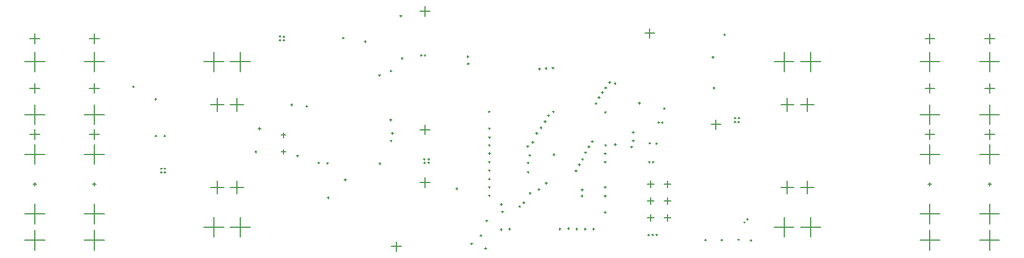
<source format=gbr>
%TF.GenerationSoftware,Altium Limited,Altium Designer,21.7.2 (23)*%
G04 Layer_Color=128*
%FSLAX25Y25*%
%MOIN*%
%TF.SameCoordinates,95A22525-32A0-4EEE-A0C0-36F8BD1EB9D1*%
%TF.FilePolarity,Positive*%
%TF.FileFunction,Drillmap*%
%TF.Part,Single*%
G01*
G75*
%TA.AperFunction,NonConductor*%
%ADD70C,0.00500*%
D70*
X374016Y135039D02*
X379921D01*
X376969Y132087D02*
Y137992D01*
X240650Y148228D02*
X246555D01*
X243602Y145276D02*
Y151181D01*
X223622Y8071D02*
X229528D01*
X226575Y5118D02*
Y11024D01*
X240453Y46260D02*
X246358D01*
X243406Y43307D02*
Y49213D01*
X413386Y80709D02*
X419291D01*
X416339Y77756D02*
Y83661D01*
X240551Y77658D02*
X246457D01*
X243504Y74705D02*
Y80610D01*
X375433Y45138D02*
X379370D01*
X377402Y43169D02*
Y47106D01*
X385433Y45138D02*
X389370D01*
X387402Y43169D02*
Y47106D01*
X375433Y35138D02*
X379370D01*
X377402Y33169D02*
Y37106D01*
X385433Y35138D02*
X389370D01*
X387402Y33169D02*
Y37106D01*
X375433Y25138D02*
X379370D01*
X377402Y23169D02*
Y27106D01*
X385433Y25138D02*
X389370D01*
X387402Y23169D02*
Y27106D01*
X158071Y64567D02*
X160827D01*
X159449Y63189D02*
Y65945D01*
X158071Y74410D02*
X160827D01*
X159449Y73032D02*
Y75787D01*
X575787Y74803D02*
X581693D01*
X578740Y71850D02*
Y77756D01*
X540354Y74803D02*
X546260D01*
X543307Y71850D02*
Y77756D01*
X575787Y102362D02*
X581693D01*
X578740Y99410D02*
Y105315D01*
X540354Y102362D02*
X546260D01*
X543307Y99410D02*
Y105315D01*
X575787Y131890D02*
X581693D01*
X578740Y128937D02*
Y134843D01*
X540354Y131890D02*
X546260D01*
X543307Y128937D02*
Y134843D01*
X8858Y74803D02*
X14764D01*
X11811Y71850D02*
Y77756D01*
X44291Y74803D02*
X50197D01*
X47244Y71850D02*
Y77756D01*
X44291Y102362D02*
X50197D01*
X47244Y99410D02*
Y105315D01*
X8858Y102362D02*
X14764D01*
X11811Y99410D02*
Y105315D01*
X44291Y131890D02*
X50197D01*
X47244Y128937D02*
Y134843D01*
X572835Y118110D02*
X584646D01*
X578740Y112205D02*
Y124016D01*
X537402Y118110D02*
X549213D01*
X543307Y112205D02*
Y124016D01*
X5906Y118110D02*
X17717D01*
X11811Y112205D02*
Y124016D01*
X41339Y118110D02*
X53150D01*
X47244Y112205D02*
Y124016D01*
X466535Y92520D02*
X474409D01*
X470472Y88583D02*
Y96457D01*
X454724Y92520D02*
X462598D01*
X458661Y88583D02*
Y96457D01*
X127953Y92520D02*
X135827D01*
X131890Y88583D02*
Y96457D01*
X116142Y92520D02*
X124016D01*
X120079Y88583D02*
Y96457D01*
X466535Y43307D02*
X474409D01*
X470472Y39370D02*
Y47244D01*
X454724Y43307D02*
X462598D01*
X458661Y39370D02*
Y47244D01*
X127953Y43307D02*
X135827D01*
X131890Y39370D02*
Y47244D01*
X116142Y43307D02*
X124016D01*
X120079Y39370D02*
Y47244D01*
X577756Y45276D02*
X579724D01*
X578740Y44291D02*
Y46260D01*
X542323Y45276D02*
X544291D01*
X543307Y44291D02*
Y46260D01*
X10827Y45276D02*
X12795D01*
X11811Y44291D02*
Y46260D01*
X46260Y45276D02*
X48228D01*
X47244Y44291D02*
Y46260D01*
X8858Y131890D02*
X14764D01*
X11811Y128937D02*
Y134843D01*
X572835Y86614D02*
X584646D01*
X578740Y80709D02*
Y92520D01*
X537402Y86614D02*
X549213D01*
X543307Y80709D02*
Y92520D01*
X572835Y62992D02*
X584646D01*
X578740Y57087D02*
Y68898D01*
X537402Y62992D02*
X549213D01*
X543307Y57087D02*
Y68898D01*
X112205Y19685D02*
X124016D01*
X118110Y13780D02*
Y25591D01*
X537402Y27559D02*
X549213D01*
X543307Y21654D02*
Y33465D01*
X572835Y27559D02*
X584646D01*
X578740Y21654D02*
Y33465D01*
X537402Y11811D02*
X549213D01*
X543307Y5906D02*
Y17717D01*
X572835Y11811D02*
X584646D01*
X578740Y5906D02*
Y17717D01*
X41339Y27559D02*
X53150D01*
X47244Y21654D02*
Y33465D01*
X5906Y27559D02*
X17717D01*
X11811Y21654D02*
Y33465D01*
X41339Y86614D02*
X53150D01*
X47244Y80709D02*
Y92520D01*
X5906Y86614D02*
X17717D01*
X11811Y80709D02*
Y92520D01*
X5906Y62992D02*
X17717D01*
X11811Y57087D02*
Y68898D01*
X41339Y62992D02*
X53150D01*
X47244Y57087D02*
Y68898D01*
X41339Y11811D02*
X53150D01*
X47244Y5906D02*
Y17717D01*
X5906Y11811D02*
X17717D01*
X11811Y5906D02*
Y17717D01*
X450787Y19685D02*
X462598D01*
X456693Y13780D02*
Y25591D01*
X450787Y118110D02*
X462598D01*
X456693Y112205D02*
Y124016D01*
X466535Y19685D02*
X478346D01*
X472441Y13780D02*
Y25591D01*
X466535Y118110D02*
X478346D01*
X472441Y112205D02*
Y124016D01*
X127953Y19685D02*
X139764D01*
X133858Y13780D02*
Y25591D01*
X127953Y118110D02*
X139764D01*
X133858Y112205D02*
Y124016D01*
X112205Y118110D02*
X124016D01*
X118110Y112205D02*
Y124016D01*
X185138Y57776D02*
X186122D01*
X185630Y57284D02*
Y58268D01*
X223524Y75590D02*
X224705D01*
X224114Y75000D02*
Y76181D01*
X163811Y92587D02*
X164992D01*
X164401Y91996D02*
Y93177D01*
X167323Y62106D02*
X168504D01*
X167913Y61516D02*
Y62697D01*
X222638Y83563D02*
X223819D01*
X223228Y82972D02*
Y84153D01*
X243012Y121949D02*
X243996D01*
X243504Y121457D02*
Y122441D01*
X240846Y121949D02*
X241831D01*
X241339Y121457D02*
Y122441D01*
X229357Y120177D02*
X230538D01*
X229947Y119587D02*
Y120768D01*
X222736Y112697D02*
X223917D01*
X223327Y112106D02*
Y113287D01*
X414466Y102582D02*
X415647D01*
X415057Y101992D02*
Y103173D01*
X179980Y58003D02*
X180964D01*
X180472Y57511D02*
Y58495D01*
X185433Y37205D02*
X186614D01*
X186024Y36614D02*
Y37795D01*
X144488Y78248D02*
X146063D01*
X145276Y77461D02*
Y79035D01*
X270669Y9744D02*
X271850D01*
X271260Y9154D02*
Y10335D01*
X278839Y6988D02*
X280020D01*
X279429Y6398D02*
Y7579D01*
X276083Y14665D02*
X277264D01*
X276673Y14075D02*
Y15256D01*
X242717Y57972D02*
X243701D01*
X243209Y57480D02*
Y58465D01*
X245276Y58071D02*
X246260D01*
X245768Y57579D02*
Y58563D01*
X195669Y47933D02*
X196850D01*
X196260Y47343D02*
Y48524D01*
X142421Y64567D02*
X143602D01*
X143012Y63976D02*
Y65158D01*
X268602Y117028D02*
X269783D01*
X269193Y116437D02*
Y117618D01*
X355777Y105286D02*
X356958D01*
X356368Y104695D02*
Y105876D01*
X222933Y71161D02*
X223917D01*
X223425Y70669D02*
Y71653D01*
X216142Y57579D02*
X217323D01*
X216732Y56988D02*
Y58169D01*
X383858Y81988D02*
X384842D01*
X384350Y81496D02*
Y82480D01*
X381693Y81988D02*
X382677D01*
X382185Y81496D02*
Y82480D01*
X378445Y58465D02*
X379429D01*
X378937Y57973D02*
Y58957D01*
X376181Y58465D02*
X377165D01*
X376673Y57973D02*
Y58957D01*
X376476Y69587D02*
X377461D01*
X376969Y69095D02*
Y70079D01*
X380512Y69488D02*
X381496D01*
X381004Y68996D02*
Y69980D01*
X350098Y88189D02*
X351083D01*
X350590Y87697D02*
Y88681D01*
X281102Y88386D02*
X282087D01*
X281594Y87894D02*
Y88878D01*
X434449Y24213D02*
X435433D01*
X434941Y23720D02*
Y24705D01*
X432677Y22539D02*
X433661D01*
X433169Y22047D02*
Y23031D01*
X436516Y11811D02*
X437500D01*
X437008Y11319D02*
Y12303D01*
X409646Y11909D02*
X410630D01*
X410138Y11417D02*
Y12402D01*
X419193Y12008D02*
X420177D01*
X419685Y11516D02*
Y12500D01*
X429232Y12205D02*
X430217D01*
X429724Y11713D02*
Y12697D01*
X380610Y15059D02*
X381594D01*
X381102Y14567D02*
Y15551D01*
X375787Y14961D02*
X376772D01*
X376279Y14469D02*
Y15453D01*
X378248Y15059D02*
X379232D01*
X378740Y14567D02*
Y15551D01*
X159252Y130905D02*
X160236D01*
X159744Y130413D02*
Y131398D01*
X156988Y130905D02*
X157972D01*
X157480Y130413D02*
Y131398D01*
X159245Y133177D02*
X160229D01*
X159737Y132685D02*
Y133669D01*
X156988Y133268D02*
X157972D01*
X157480Y132776D02*
Y133760D01*
X88583Y52362D02*
X89567D01*
X89075Y51870D02*
Y52854D01*
X86417Y52362D02*
X87402D01*
X86910Y51870D02*
Y52854D01*
X88583Y54528D02*
X89567D01*
X89075Y54035D02*
Y55020D01*
X86417Y54528D02*
X87402D01*
X86910Y54035D02*
Y55020D01*
X305217Y62500D02*
X306201D01*
X305709Y62008D02*
Y62992D01*
X429429Y84547D02*
X430413D01*
X429921Y84055D02*
Y85039D01*
X427067Y84547D02*
X428051D01*
X427559Y84055D02*
Y85039D01*
X429331Y82284D02*
X430315D01*
X429823Y81791D02*
Y82776D01*
X427087Y82216D02*
X428072D01*
X427580Y81724D02*
Y82708D01*
X245276Y60138D02*
X246260D01*
X245768Y59646D02*
Y60630D01*
X242618Y60138D02*
X243602D01*
X243110Y59646D02*
Y60630D01*
X304232Y52520D02*
X305217D01*
X304724Y52028D02*
Y53012D01*
X304232Y58031D02*
X305217D01*
X304724Y57539D02*
Y58524D01*
X281102Y48327D02*
X282283D01*
X281693Y47736D02*
Y48917D01*
X303945Y67748D02*
X305126D01*
X304536Y67157D02*
Y68338D01*
X281102Y53425D02*
X282283D01*
X281693Y52835D02*
Y54016D01*
X350098Y68405D02*
X351279D01*
X350689Y67815D02*
Y68996D01*
X350000Y63386D02*
X351181D01*
X350590Y62795D02*
Y63976D01*
X279626Y23425D02*
X280807D01*
X280217Y22835D02*
Y24016D01*
X288146Y18192D02*
X289327D01*
X288736Y17601D02*
Y18782D01*
X350000Y58425D02*
X351181D01*
X350590Y57835D02*
Y59016D01*
X350000Y43425D02*
X351181D01*
X350590Y42835D02*
Y44016D01*
X349981Y38277D02*
X351163D01*
X350572Y37687D02*
Y38868D01*
X288878Y28740D02*
X290059D01*
X289469Y28150D02*
Y29331D01*
X215846Y110039D02*
X217028D01*
X216437Y109449D02*
Y110630D01*
X288189Y33268D02*
X289370D01*
X288779Y32677D02*
Y33858D01*
X314961Y45866D02*
X316142D01*
X315551Y45276D02*
Y46457D01*
X310630Y42085D02*
X311811D01*
X311221Y41495D02*
Y42676D01*
X83268Y73917D02*
X84252D01*
X83760Y73425D02*
Y74409D01*
X88386Y74016D02*
X89370D01*
X88878Y73524D02*
Y74508D01*
X336319Y41831D02*
X337500D01*
X336910Y41240D02*
Y42421D01*
X318995Y114439D02*
X320176D01*
X319585Y113848D02*
Y115030D01*
X268406Y121260D02*
X269587D01*
X268996Y120669D02*
Y121850D01*
X336105Y38228D02*
X337286D01*
X336695Y37638D02*
Y38819D01*
X314764Y114272D02*
X315945D01*
X315354Y113681D02*
Y114862D01*
X299114Y31988D02*
X300295D01*
X299705Y31398D02*
Y32579D01*
X228642Y145374D02*
X229823D01*
X229232Y144783D02*
Y145965D01*
X310925Y113878D02*
X312106D01*
X311516Y113287D02*
Y114469D01*
X172707Y91673D02*
X173888D01*
X173298Y91083D02*
Y92264D01*
X366535Y76083D02*
X367717D01*
X367126Y75492D02*
Y76673D01*
X356004Y68799D02*
X357185D01*
X356594Y68209D02*
Y69390D01*
X344459Y93357D02*
X345640D01*
X345049Y92767D02*
Y93948D01*
X370276Y93602D02*
X371457D01*
X370866Y93012D02*
Y94193D01*
X385138Y90354D02*
X386122D01*
X385630Y89862D02*
Y90847D01*
X350197Y102657D02*
X351378D01*
X350787Y102067D02*
Y103248D01*
X301555Y34193D02*
X302736D01*
X302146Y33602D02*
Y34783D01*
X305413Y39862D02*
X306594D01*
X306004Y39272D02*
Y40453D01*
X306890Y70276D02*
X308071D01*
X307480Y69685D02*
Y70866D01*
X309252Y75590D02*
X310433D01*
X309842Y75000D02*
Y76181D01*
X311775Y78806D02*
X312956D01*
X312365Y78216D02*
Y79397D01*
X352506Y105942D02*
X353687D01*
X353097Y105352D02*
Y106533D01*
X348228Y99803D02*
X349410D01*
X348819Y99213D02*
Y100394D01*
X319488Y62894D02*
X320669D01*
X320079Y62303D02*
Y63484D01*
X346280Y96949D02*
X347461D01*
X346870Y96358D02*
Y97539D01*
X293116Y18450D02*
X294297D01*
X293706Y17859D02*
Y19040D01*
X323051Y18504D02*
X324232D01*
X323642Y17913D02*
Y19094D01*
X340256Y67520D02*
X341437D01*
X340846Y66929D02*
Y68110D01*
X342323Y70669D02*
X343504D01*
X342913Y70079D02*
Y71260D01*
X328150Y18831D02*
X329331D01*
X328741Y18240D02*
Y19421D01*
X338287Y64075D02*
X339469D01*
X338878Y63484D02*
Y64665D01*
X333051Y18504D02*
X334232D01*
X333642Y17913D02*
Y19094D01*
X338051Y18504D02*
X339232D01*
X338642Y17913D02*
Y19094D01*
X332500Y53248D02*
X333681D01*
X333090Y52658D02*
Y53839D01*
X334646Y56791D02*
X335827D01*
X335236Y56201D02*
Y57382D01*
X336437Y60039D02*
X337618D01*
X337028Y59449D02*
Y60630D01*
X343051Y18504D02*
X344232D01*
X343642Y17913D02*
Y19094D01*
X350000Y28425D02*
X351181D01*
X350590Y27835D02*
Y29016D01*
X281327Y73100D02*
X282508D01*
X281918Y72509D02*
Y73691D01*
X316339Y86102D02*
X317520D01*
X316929Y85512D02*
Y86693D01*
X319094Y88386D02*
X320276D01*
X319685Y87795D02*
Y88976D01*
X281102Y68425D02*
X282283D01*
X281693Y67835D02*
Y69016D01*
X281201Y63583D02*
X282382D01*
X281791Y62992D02*
Y64173D01*
X314173Y82579D02*
X315354D01*
X314764Y81988D02*
Y83169D01*
X281102Y58425D02*
X282283D01*
X281693Y57835D02*
Y59016D01*
X281102Y43425D02*
X282283D01*
X281693Y42835D02*
Y44016D01*
X281102Y38425D02*
X282283D01*
X281693Y37835D02*
Y39016D01*
X261775Y42520D02*
X262956D01*
X262365Y41929D02*
Y43110D01*
X194488Y132283D02*
X195472D01*
X194980Y131791D02*
Y132776D01*
X207480Y130217D02*
X208661D01*
X208071Y129626D02*
Y130807D01*
X420875Y134252D02*
X421859D01*
X421367Y133760D02*
Y134744D01*
X413901Y120845D02*
X415083D01*
X414492Y120255D02*
Y121436D01*
X281102Y78425D02*
X282283D01*
X281693Y77835D02*
Y79016D01*
X366634Y71063D02*
X367815D01*
X367224Y70472D02*
Y71653D01*
X365650Y67421D02*
X366831D01*
X366240Y66831D02*
Y68012D01*
X83071Y95866D02*
X84252D01*
X83661Y95276D02*
Y96457D01*
X69980Y103257D02*
X70965D01*
X70472Y102765D02*
Y103749D01*
%TF.MD5,8fea579cb244a2813127f3eae04a326d*%
M02*

</source>
